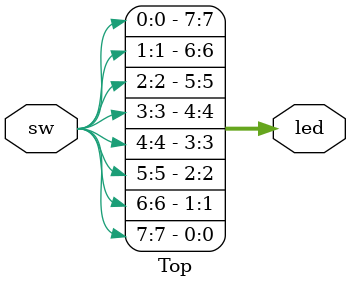
<source format=v>
module Top (
    input   [7:0]                       sw,
    output  [7:0]                       led
);
assign led = {sw[0],sw[1],sw[2],sw[3],sw[4],sw[5],sw[6],sw[7]};
endmodule
</source>
